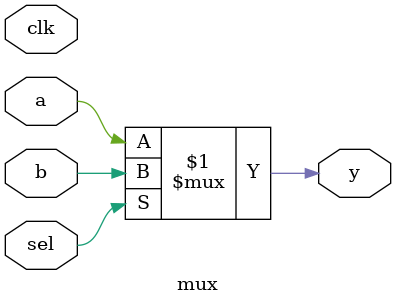
<source format=sv>
module mux (
    input logic     clk,
    input logic     a,         // Input 1
    input logic     b,         // Input 2
    input logic     sel,       // Select line
    output logic    y         // Output
);
    assign y = sel ? b : a;
endmodule
</source>
